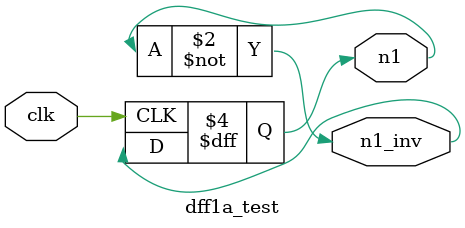
<source format=v>
module dff0_test(n1, n1_inv, clk);
  input clk;
  output n1;
  reg n1 = 32'd0;
  output n1_inv;
  always @(posedge clk)
      n1 <= n1_inv;
  assign n1_inv = ~n1;
endmodule

module dff1_test(n1, n1_inv, clk);
  input clk;
  (* init = 32'd1 *)
  output n1;
  reg n1 = 32'd1;
  output n1_inv;
  always @(posedge clk)
      n1 <= n1_inv;
  assign n1_inv = ~n1;
endmodule

module dff0a_test(n1, n1_inv, clk);
  input clk;
  (* init = 32'd0 *) // Must be consistent with reg initialiser below
  output n1;
  reg n1 = 32'd0;
  output n1_inv;
  always @(posedge clk)
      n1 <= n1_inv;
  assign n1_inv = ~n1;
endmodule

module dff1a_test(n1, n1_inv, clk);
  input clk;
  (* init = 32'd1 *) // Must be consistent with reg initialiser below
  output n1;
  reg n1 = 32'd1;
  output n1_inv;
  always @(posedge clk)
      n1 <= n1_inv;
  assign n1_inv = ~n1;
endmodule

</source>
